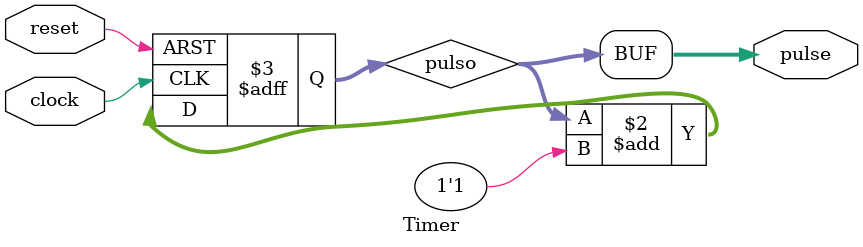
<source format=v>
`timescale 1ns / 1ps
module Timer(
    input clock,
    input reset,
    output [6:0]pulse
    );
reg [6:0] pulso ;

always@(posedge clock or posedge reset)
begin
	if(reset) pulso<=7'd0;
	else pulso<=pulso + 1'b1;
end

assign pulse=pulso;

endmodule


</source>
